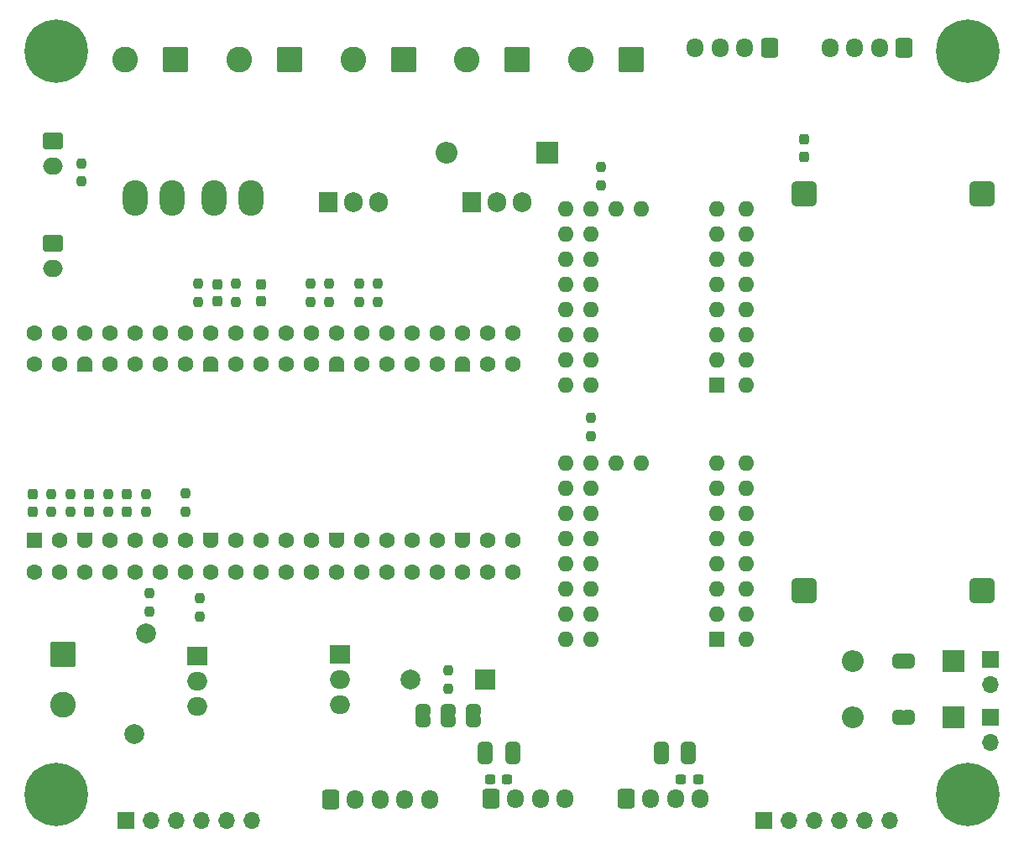
<source format=gbr>
%TF.GenerationSoftware,KiCad,Pcbnew,9.0.0*%
%TF.CreationDate,2025-04-09T12:02:38+02:00*%
%TF.ProjectId,LocalRoboCaster,4c6f6361-6c52-46f6-926f-436173746572,rev?*%
%TF.SameCoordinates,Original*%
%TF.FileFunction,Soldermask,Bot*%
%TF.FilePolarity,Negative*%
%FSLAX46Y46*%
G04 Gerber Fmt 4.6, Leading zero omitted, Abs format (unit mm)*
G04 Created by KiCad (PCBNEW 9.0.0) date 2025-04-09 12:02:38*
%MOMM*%
%LPD*%
G01*
G04 APERTURE LIST*
G04 Aperture macros list*
%AMRoundRect*
0 Rectangle with rounded corners*
0 $1 Rounding radius*
0 $2 $3 $4 $5 $6 $7 $8 $9 X,Y pos of 4 corners*
0 Add a 4 corners polygon primitive as box body*
4,1,4,$2,$3,$4,$5,$6,$7,$8,$9,$2,$3,0*
0 Add four circle primitives for the rounded corners*
1,1,$1+$1,$2,$3*
1,1,$1+$1,$4,$5*
1,1,$1+$1,$6,$7*
1,1,$1+$1,$8,$9*
0 Add four rect primitives between the rounded corners*
20,1,$1+$1,$2,$3,$4,$5,0*
20,1,$1+$1,$4,$5,$6,$7,0*
20,1,$1+$1,$6,$7,$8,$9,0*
20,1,$1+$1,$8,$9,$2,$3,0*%
%AMFreePoly0*
4,1,37,0.603843,0.796157,0.639018,0.796157,0.711114,0.766294,0.766294,0.711114,0.796157,0.639018,0.796157,0.603843,0.800000,0.600000,0.800000,-0.600000,0.796157,-0.603843,0.796157,-0.639018,0.766294,-0.711114,0.711114,-0.766294,0.639018,-0.796157,0.603843,-0.796157,0.600000,-0.800000,0.000000,-0.800000,0.000000,-0.796148,-0.078414,-0.796148,-0.232228,-0.765552,-0.377117,-0.705537,
-0.507515,-0.618408,-0.618408,-0.507515,-0.705537,-0.377117,-0.765552,-0.232228,-0.796148,-0.078414,-0.796148,0.078414,-0.765552,0.232228,-0.705537,0.377117,-0.618408,0.507515,-0.507515,0.618408,-0.377117,0.705537,-0.232228,0.765552,-0.078414,0.796148,0.000000,0.796148,0.000000,0.800000,0.600000,0.800000,0.603843,0.796157,0.603843,0.796157,$1*%
%AMFreePoly1*
4,1,37,0.000000,0.796148,0.078414,0.796148,0.232228,0.765552,0.377117,0.705537,0.507515,0.618408,0.618408,0.507515,0.705537,0.377117,0.765552,0.232228,0.796148,0.078414,0.796148,-0.078414,0.765552,-0.232228,0.705537,-0.377117,0.618408,-0.507515,0.507515,-0.618408,0.377117,-0.705537,0.232228,-0.765552,0.078414,-0.796148,0.000000,-0.796148,0.000000,-0.800000,-0.600000,-0.800000,
-0.603843,-0.796157,-0.639018,-0.796157,-0.711114,-0.766294,-0.766294,-0.711114,-0.796157,-0.639018,-0.796157,-0.603843,-0.800000,-0.600000,-0.800000,0.600000,-0.796157,0.603843,-0.796157,0.639018,-0.766294,0.711114,-0.711114,0.766294,-0.639018,0.796157,-0.603843,0.796157,-0.600000,0.800000,0.000000,0.800000,0.000000,0.796148,0.000000,0.796148,$1*%
%AMFreePoly2*
4,1,23,0.500000,-0.750000,0.000000,-0.750000,0.000000,-0.745722,-0.065263,-0.745722,-0.191342,-0.711940,-0.304381,-0.646677,-0.396677,-0.554381,-0.461940,-0.441342,-0.495722,-0.315263,-0.495722,-0.250000,-0.500000,-0.250000,-0.500000,0.250000,-0.495722,0.250000,-0.495722,0.315263,-0.461940,0.441342,-0.396677,0.554381,-0.304381,0.646677,-0.191342,0.711940,-0.065263,0.745722,0.000000,0.745722,
0.000000,0.750000,0.500000,0.750000,0.500000,-0.750000,0.500000,-0.750000,$1*%
%AMFreePoly3*
4,1,23,0.000000,0.745722,0.065263,0.745722,0.191342,0.711940,0.304381,0.646677,0.396677,0.554381,0.461940,0.441342,0.495722,0.315263,0.495722,0.250000,0.500000,0.250000,0.500000,-0.250000,0.495722,-0.250000,0.495722,-0.315263,0.461940,-0.441342,0.396677,-0.554381,0.304381,-0.646677,0.191342,-0.711940,0.065263,-0.745722,0.000000,-0.745722,0.000000,-0.750000,-0.500000,-0.750000,
-0.500000,0.750000,0.000000,0.750000,0.000000,0.745722,0.000000,0.745722,$1*%
G04 Aperture macros list end*
%ADD10O,2.000000X1.905000*%
%ADD11R,2.000000X1.905000*%
%ADD12C,2.010000*%
%ADD13RoundRect,0.375000X0.875000X-0.875000X0.875000X0.875000X-0.875000X0.875000X-0.875000X-0.875000X0*%
%ADD14R,1.700000X1.700000*%
%ADD15O,1.700000X1.700000*%
%ADD16RoundRect,0.250000X1.050000X1.050000X-1.050000X1.050000X-1.050000X-1.050000X1.050000X-1.050000X0*%
%ADD17C,2.600000*%
%ADD18R,2.000000X2.000000*%
%ADD19C,2.000000*%
%ADD20R,2.200000X2.200000*%
%ADD21O,2.200000X2.200000*%
%ADD22RoundRect,0.250000X-0.600000X-0.725000X0.600000X-0.725000X0.600000X0.725000X-0.600000X0.725000X0*%
%ADD23O,1.700000X1.950000*%
%ADD24C,0.800000*%
%ADD25C,6.400000*%
%ADD26RoundRect,0.250000X-1.050000X1.050000X-1.050000X-1.050000X1.050000X-1.050000X1.050000X1.050000X0*%
%ADD27C,1.600000*%
%ADD28RoundRect,0.200000X0.600000X-0.600000X0.600000X0.600000X-0.600000X0.600000X-0.600000X-0.600000X0*%
%ADD29FreePoly0,90.000000*%
%ADD30FreePoly1,90.000000*%
%ADD31RoundRect,0.250000X-0.750000X0.600000X-0.750000X-0.600000X0.750000X-0.600000X0.750000X0.600000X0*%
%ADD32O,2.000000X1.700000*%
%ADD33O,1.600000X1.600000*%
%ADD34R,1.600000X1.600000*%
%ADD35O,1.905000X2.000000*%
%ADD36R,1.905000X2.000000*%
%ADD37RoundRect,0.250000X0.600000X0.725000X-0.600000X0.725000X-0.600000X-0.725000X0.600000X-0.725000X0*%
%ADD38RoundRect,1.250000X-0.000010X-0.550000X0.000010X-0.550000X0.000010X0.550000X-0.000010X0.550000X0*%
%ADD39RoundRect,0.237500X0.237500X-0.250000X0.237500X0.250000X-0.237500X0.250000X-0.237500X-0.250000X0*%
%ADD40RoundRect,0.237500X0.237500X-0.300000X0.237500X0.300000X-0.237500X0.300000X-0.237500X-0.300000X0*%
%ADD41RoundRect,0.237500X-0.237500X0.250000X-0.237500X-0.250000X0.237500X-0.250000X0.237500X0.250000X0*%
%ADD42FreePoly2,180.000000*%
%ADD43FreePoly3,180.000000*%
%ADD44FreePoly2,270.000000*%
%ADD45FreePoly3,270.000000*%
%ADD46RoundRect,0.237500X0.300000X0.237500X-0.300000X0.237500X-0.300000X-0.237500X0.300000X-0.237500X0*%
%ADD47FreePoly2,90.000000*%
%ADD48FreePoly3,90.000000*%
%ADD49RoundRect,0.237500X-0.300000X-0.237500X0.300000X-0.237500X0.300000X0.237500X-0.300000X0.237500X0*%
G04 APERTURE END LIST*
%TO.C,JP5V8*%
G36*
X131150000Y-97750000D02*
G01*
X130850000Y-97750000D01*
X130850000Y-99250000D01*
X131150000Y-99250000D01*
X131150000Y-97750000D01*
G37*
%TO.C,JP3V4*%
G36*
X86840000Y-103880000D02*
G01*
X88340000Y-103880000D01*
X88340000Y-104180000D01*
X86840000Y-104180000D01*
X86840000Y-103880000D01*
G37*
%TO.C,JP5V5*%
G36*
X84300000Y-103880000D02*
G01*
X85800000Y-103880000D01*
X85800000Y-104180000D01*
X84300000Y-104180000D01*
X84300000Y-103880000D01*
G37*
%TO.C,JP3V7*%
G36*
X110050000Y-107950000D02*
G01*
X108550000Y-107950000D01*
X108550000Y-107650000D01*
X110050000Y-107650000D01*
X110050000Y-107950000D01*
G37*
%TO.C,JP5V6*%
G36*
X131150000Y-103490000D02*
G01*
X130850000Y-103490000D01*
X130850000Y-104990000D01*
X131150000Y-104990000D01*
X131150000Y-103490000D01*
G37*
%TO.C,JP5V9*%
G36*
X107350000Y-107950000D02*
G01*
X105850000Y-107950000D01*
X105850000Y-107650000D01*
X107350000Y-107650000D01*
X107350000Y-107950000D01*
G37*
%TO.C,JP5V10*%
G36*
X89550000Y-107950000D02*
G01*
X88050000Y-107950000D01*
X88050000Y-107650000D01*
X89550000Y-107650000D01*
X89550000Y-107950000D01*
G37*
%TO.C,JP24V2*%
G36*
X81760000Y-103880000D02*
G01*
X83260000Y-103880000D01*
X83260000Y-104180000D01*
X81760000Y-104180000D01*
X81760000Y-103880000D01*
G37*
%TO.C,JP3V8*%
G36*
X92350000Y-107950000D02*
G01*
X90850000Y-107950000D01*
X90850000Y-107650000D01*
X92350000Y-107650000D01*
X92350000Y-107950000D01*
G37*
%TD*%
D10*
%TO.C,Q7*%
X59805000Y-103140000D03*
D11*
X59805000Y-98060000D03*
D10*
X59805000Y-100600000D03*
%TD*%
D12*
%TO.C,F3*%
X54600000Y-95700000D03*
X53400000Y-105900000D03*
%TD*%
D13*
%TO.C,U8*%
X120980000Y-91380000D03*
X138980000Y-91380000D03*
X120980000Y-51380000D03*
X138980000Y-51380000D03*
%TD*%
D14*
%TO.C,J1*%
X116950000Y-114600000D03*
D15*
X119490000Y-114600000D03*
X122030000Y-114600000D03*
X124570000Y-114600000D03*
X127110000Y-114600000D03*
X129650000Y-114600000D03*
%TD*%
D16*
%TO.C,J6*%
X92045000Y-37827500D03*
D17*
X86965000Y-37827500D03*
%TD*%
D14*
%TO.C,M3*%
X139800000Y-98315000D03*
D15*
X139800000Y-100855000D03*
%TD*%
D14*
%TO.C,M5*%
X139795000Y-104210000D03*
D15*
X139795000Y-106750000D03*
%TD*%
D18*
%TO.C,BZ1*%
X88850000Y-100370000D03*
D19*
X81250000Y-100370000D03*
%TD*%
D20*
%TO.C,D3*%
X136080000Y-104240000D03*
D21*
X125920000Y-104240000D03*
%TD*%
D22*
%TO.C,U4*%
X73200000Y-112475000D03*
D23*
X75700000Y-112475000D03*
X78200000Y-112475000D03*
X80700000Y-112475000D03*
X83200000Y-112475000D03*
%TD*%
D14*
%TO.C,J8*%
X52590000Y-114600000D03*
D15*
X55130000Y-114600000D03*
X57670000Y-114600000D03*
X60210000Y-114600000D03*
X62750000Y-114600000D03*
X65290000Y-114600000D03*
%TD*%
D24*
%TO.C,H7*%
X45540000Y-109600000D03*
X47237056Y-110302944D03*
X43842944Y-110302944D03*
X47940000Y-112000000D03*
D25*
X45540000Y-112000000D03*
D24*
X43140000Y-112000000D03*
X47237056Y-113697056D03*
X43842944Y-113697056D03*
X45540000Y-114400000D03*
%TD*%
D20*
%TO.C,D1*%
X95080000Y-47250000D03*
D21*
X84920000Y-47250000D03*
%TD*%
D26*
%TO.C,J2*%
X46227500Y-97855000D03*
D17*
X46227500Y-102935000D03*
%TD*%
D24*
%TO.C,H6*%
X45540000Y-34600000D03*
X47237056Y-35302944D03*
X43842944Y-35302944D03*
X47940000Y-37000000D03*
D25*
X45540000Y-37000000D03*
D24*
X43140000Y-37000000D03*
X47237056Y-38697056D03*
X43842944Y-38697056D03*
X45540000Y-39400000D03*
%TD*%
D22*
%TO.C,J5*%
X89400000Y-112400000D03*
D23*
X91900000Y-112400000D03*
X94400000Y-112400000D03*
X96900000Y-112400000D03*
%TD*%
D27*
%TO.C,A1*%
X43332500Y-89520895D03*
D28*
X43332500Y-86345895D03*
D27*
X45872500Y-89520895D03*
X45872500Y-86345895D03*
X48412500Y-89520895D03*
D29*
X48412500Y-86345895D03*
D27*
X51007983Y-89549106D03*
X50952500Y-86345895D03*
X53492500Y-89520895D03*
X53492500Y-86345895D03*
X56032500Y-89520895D03*
X56032500Y-86345895D03*
X58572500Y-89520895D03*
X58572500Y-86345895D03*
X61112500Y-89520895D03*
D29*
X61112500Y-86345895D03*
D27*
X63652500Y-89520895D03*
X63652500Y-86345895D03*
X66192500Y-89520895D03*
X66192500Y-86345895D03*
X68732500Y-89520895D03*
X68732500Y-86345895D03*
X71272500Y-89520895D03*
X71272500Y-86345895D03*
X73812500Y-89520895D03*
D29*
X73812500Y-86345895D03*
D27*
X76352500Y-89520895D03*
X76352500Y-86345895D03*
X78892500Y-89520895D03*
X78892500Y-86345895D03*
X81432500Y-89520895D03*
X81432500Y-86345895D03*
X83972500Y-89520895D03*
X83972500Y-86345895D03*
X86512500Y-89520895D03*
D29*
X86512500Y-86345895D03*
D27*
X89052500Y-89520895D03*
X89052500Y-86345895D03*
X91592500Y-89520895D03*
X91592500Y-86345895D03*
X91592500Y-68565895D03*
X91592500Y-65390895D03*
X89052500Y-68565895D03*
X89052500Y-65390895D03*
D30*
X86512500Y-68565895D03*
D27*
X86512500Y-65390895D03*
X83972500Y-68565895D03*
X83972500Y-65390895D03*
X81432500Y-68565895D03*
X81432500Y-65390895D03*
X78892500Y-68565895D03*
X78892500Y-65390895D03*
X76352500Y-68565895D03*
X76352500Y-65390895D03*
D30*
X73812500Y-68565895D03*
D27*
X73812500Y-65390895D03*
X71272500Y-68565895D03*
X71272500Y-65390895D03*
X68732500Y-68565895D03*
X68732500Y-65390895D03*
X66192500Y-68565895D03*
X66192500Y-65390895D03*
X63652500Y-68565895D03*
X63652500Y-65390895D03*
D30*
X61112500Y-68565895D03*
D27*
X61112500Y-65390895D03*
X58572500Y-68565895D03*
X58572500Y-65390895D03*
X56032500Y-68565895D03*
X56032500Y-65390895D03*
X53492500Y-68565895D03*
X53492500Y-65390895D03*
X50952500Y-68565895D03*
X51007983Y-65419106D03*
D30*
X48412500Y-68565895D03*
D27*
X48412500Y-65390895D03*
X45872500Y-68565895D03*
X45872500Y-65390895D03*
X43332500Y-68565895D03*
X43332500Y-65390895D03*
%TD*%
D31*
%TO.C,TH1*%
X45200000Y-46050000D03*
D32*
X45200000Y-48550000D03*
%TD*%
D16*
%TO.C,J7*%
X103545000Y-37827500D03*
D17*
X98465000Y-37827500D03*
%TD*%
D33*
%TO.C,U1*%
X115165000Y-96290000D03*
D34*
X112165000Y-96290000D03*
D33*
X115165000Y-93750000D03*
X112165000Y-93750000D03*
X115165000Y-91210000D03*
X112165000Y-91210000D03*
X115165000Y-88670000D03*
X112165000Y-88670000D03*
X115165000Y-86130000D03*
X112165000Y-86130000D03*
X115165000Y-83590000D03*
X112165000Y-83590000D03*
X115165000Y-81050000D03*
X112165000Y-81050000D03*
X115165000Y-78510000D03*
X112165000Y-78510000D03*
X99465000Y-96290000D03*
X96925000Y-96290000D03*
X99465000Y-93750000D03*
X96925000Y-93750000D03*
X99465000Y-91210000D03*
X96925000Y-91210000D03*
X99465000Y-88670000D03*
X96925000Y-88670000D03*
X99465000Y-86130000D03*
X96925000Y-86130000D03*
X99465000Y-83590000D03*
X96925000Y-83590000D03*
X99465000Y-81050000D03*
X96925000Y-81050000D03*
X99465000Y-78510000D03*
X96925000Y-78510000D03*
X102005000Y-78510000D03*
X104545000Y-78510000D03*
%TD*%
D10*
%TO.C,Q6*%
X74200000Y-100400000D03*
D11*
X74200000Y-97860000D03*
D10*
X74200000Y-102940000D03*
%TD*%
D24*
%TO.C,H5*%
X137540000Y-109600000D03*
X139237056Y-110302944D03*
X135842944Y-110302944D03*
X139940000Y-112000000D03*
D25*
X137540000Y-112000000D03*
D24*
X135140000Y-112000000D03*
X139237056Y-113697056D03*
X135842944Y-113697056D03*
X137540000Y-114400000D03*
%TD*%
D35*
%TO.C,Q4*%
X90000000Y-52195000D03*
D36*
X87460000Y-52195000D03*
D35*
X92540000Y-52195000D03*
%TD*%
D16*
%TO.C,J3*%
X57545000Y-37827500D03*
D17*
X52465000Y-37827500D03*
%TD*%
D22*
%TO.C,J4*%
X103000000Y-112400000D03*
D23*
X105500000Y-112400000D03*
X108000000Y-112400000D03*
X110500000Y-112400000D03*
%TD*%
D16*
%TO.C,M1*%
X80573800Y-37820700D03*
D17*
X75493800Y-37820700D03*
%TD*%
D24*
%TO.C,H8*%
X137540000Y-34600000D03*
X139237056Y-35302944D03*
X135842944Y-35302944D03*
X139940000Y-37000000D03*
D25*
X137540000Y-37000000D03*
D24*
X135140000Y-37000000D03*
X139237056Y-38697056D03*
X135842944Y-38697056D03*
X137540000Y-39400000D03*
%TD*%
D35*
%TO.C,Q5*%
X75500000Y-52195000D03*
D36*
X72960000Y-52195000D03*
D35*
X78040000Y-52195000D03*
%TD*%
D33*
%TO.C,U2*%
X115165000Y-70690000D03*
D34*
X112165000Y-70690000D03*
D33*
X115165000Y-68150000D03*
X112165000Y-68150000D03*
X115165000Y-65610000D03*
X112165000Y-65610000D03*
X115165000Y-63070000D03*
X112165000Y-63070000D03*
X115165000Y-60530000D03*
X112165000Y-60530000D03*
X115165000Y-57990000D03*
X112165000Y-57990000D03*
X115165000Y-55450000D03*
X112165000Y-55450000D03*
X115165000Y-52910000D03*
X112165000Y-52910000D03*
X99465000Y-70690000D03*
X96925000Y-70690000D03*
X99465000Y-68150000D03*
X96925000Y-68150000D03*
X99465000Y-65610000D03*
X96925000Y-65610000D03*
X99465000Y-63070000D03*
X96925000Y-63070000D03*
X99465000Y-60530000D03*
X96925000Y-60530000D03*
X99465000Y-57990000D03*
X96925000Y-57990000D03*
X99465000Y-55450000D03*
X96925000Y-55450000D03*
X99465000Y-52910000D03*
X96925000Y-52910000D03*
X102005000Y-52910000D03*
X104545000Y-52910000D03*
%TD*%
D16*
%TO.C,R2*%
X69093000Y-37827500D03*
D17*
X64013000Y-37827500D03*
%TD*%
D37*
%TO.C,M2*%
X131100000Y-36600000D03*
D23*
X128600000Y-36600000D03*
X126100000Y-36600000D03*
X123600000Y-36600000D03*
%TD*%
D20*
%TO.C,D2*%
X136080000Y-98500000D03*
D21*
X125920000Y-98500000D03*
%TD*%
D38*
%TO.C,F2*%
X53500000Y-51750000D03*
X57200000Y-51750000D03*
X61500000Y-51750000D03*
X65200000Y-51750000D03*
%TD*%
D31*
%TO.C,U3*%
X45200000Y-56400000D03*
D32*
X45200000Y-58900000D03*
%TD*%
D37*
%TO.C,M4*%
X117500000Y-36600000D03*
D23*
X115000000Y-36600000D03*
X112500000Y-36600000D03*
X110000000Y-36600000D03*
%TD*%
D39*
%TO.C,R13*%
X78000000Y-62288395D03*
X78000000Y-60463395D03*
%TD*%
%TO.C,R9*%
X71200000Y-62288395D03*
X71200000Y-60463395D03*
%TD*%
D40*
%TO.C,C6*%
X121000000Y-47622500D03*
X121000000Y-45897500D03*
%TD*%
D41*
%TO.C,R15*%
X54960000Y-91687500D03*
X54960000Y-93512500D03*
%TD*%
%TO.C,R18*%
X60000000Y-92175000D03*
X60000000Y-94000000D03*
%TD*%
D42*
%TO.C,JP5V8*%
X131650000Y-98500000D03*
D43*
X130350000Y-98500000D03*
%TD*%
D44*
%TO.C,JP3V4*%
X87590000Y-103380000D03*
D45*
X87590000Y-104680000D03*
%TD*%
D41*
%TO.C,R12*%
X85050000Y-99457500D03*
X85050000Y-101282500D03*
%TD*%
D39*
%TO.C,R8*%
X50800000Y-83468395D03*
X50800000Y-81643395D03*
%TD*%
D46*
%TO.C,C7*%
X110310000Y-110475000D03*
X108585000Y-110475000D03*
%TD*%
D40*
%TO.C,C2*%
X52705000Y-83418395D03*
X52705000Y-81693395D03*
%TD*%
D44*
%TO.C,JP5V5*%
X85050000Y-103380000D03*
D45*
X85050000Y-104680000D03*
%TD*%
D40*
%TO.C,C3*%
X43180000Y-83418395D03*
X43180000Y-81693395D03*
%TD*%
D39*
%TO.C,R6*%
X46990000Y-83468395D03*
X46990000Y-81643395D03*
%TD*%
D41*
%TO.C,R4*%
X59895000Y-60463395D03*
X59895000Y-62288395D03*
%TD*%
D39*
%TO.C,R7*%
X45085000Y-83468395D03*
X45085000Y-81643395D03*
%TD*%
D47*
%TO.C,JP3V7*%
X109300000Y-108450000D03*
D48*
X109300000Y-107150000D03*
%TD*%
D39*
%TO.C,R3*%
X63705000Y-62288395D03*
X63705000Y-60463395D03*
%TD*%
D42*
%TO.C,JP5V6*%
X131650000Y-104240000D03*
D43*
X130350000Y-104240000D03*
%TD*%
D47*
%TO.C,JP5V9*%
X106600000Y-108450000D03*
D48*
X106600000Y-107150000D03*
%TD*%
D49*
%TO.C,C8*%
X89307500Y-110490000D03*
X91032500Y-110490000D03*
%TD*%
D39*
%TO.C,R14*%
X73105000Y-62288395D03*
X73105000Y-60463395D03*
%TD*%
%TO.C,R5*%
X76095000Y-62288395D03*
X76095000Y-60463395D03*
%TD*%
D47*
%TO.C,JP5V10*%
X88800000Y-108450000D03*
D48*
X88800000Y-107150000D03*
%TD*%
D40*
%TO.C,C1*%
X61800000Y-62238395D03*
X61800000Y-60513395D03*
%TD*%
D39*
%TO.C,R16*%
X99480000Y-75802500D03*
X99480000Y-73977500D03*
%TD*%
D40*
%TO.C,C5*%
X66200000Y-62238395D03*
X66200000Y-60513395D03*
%TD*%
D39*
%TO.C,R10*%
X54610000Y-83468395D03*
X54610000Y-81643395D03*
%TD*%
D44*
%TO.C,JP24V2*%
X82510000Y-103380000D03*
D45*
X82510000Y-104680000D03*
%TD*%
D39*
%TO.C,R11*%
X58560000Y-83452500D03*
X58560000Y-81627500D03*
%TD*%
%TO.C,R1*%
X48050000Y-50112500D03*
X48050000Y-48287500D03*
%TD*%
D40*
%TO.C,C4*%
X48895000Y-83418395D03*
X48895000Y-81693395D03*
%TD*%
D47*
%TO.C,JP3V8*%
X91600000Y-108450000D03*
D48*
X91600000Y-107150000D03*
%TD*%
D39*
%TO.C,R17*%
X100500000Y-50502500D03*
X100500000Y-48677500D03*
%TD*%
M02*

</source>
